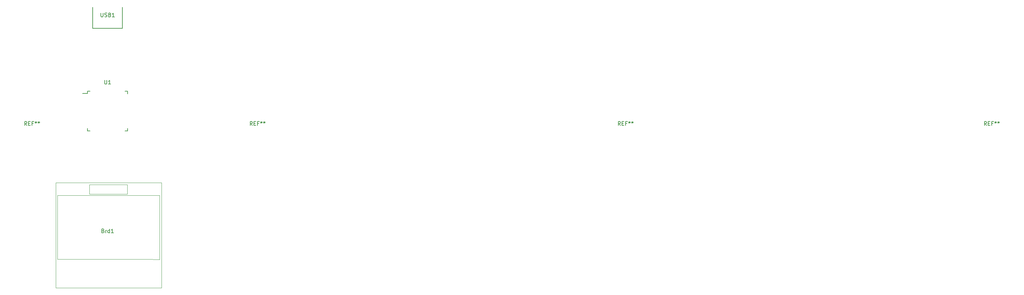
<source format=gbr>
%TF.GenerationSoftware,KiCad,Pcbnew,5.1.6*%
%TF.CreationDate,2020-06-22T15:50:55+02:00*%
%TF.ProjectId,cheap_boi,63686561-705f-4626-9f69-2e6b69636164,rev?*%
%TF.SameCoordinates,Original*%
%TF.FileFunction,Legend,Top*%
%TF.FilePolarity,Positive*%
%FSLAX46Y46*%
G04 Gerber Fmt 4.6, Leading zero omitted, Abs format (unit mm)*
G04 Created by KiCad (PCBNEW 5.1.6) date 2020-06-22 15:50:55*
%MOMM*%
%LPD*%
G01*
G04 APERTURE LIST*
%ADD10C,0.120000*%
%ADD11C,0.150000*%
G04 APERTURE END LIST*
D10*
%TO.C,Brd1*%
X88193600Y-80562900D02*
X115593600Y-80562900D01*
X115593600Y-80562900D02*
X115593600Y-107862900D01*
X115593600Y-107862900D02*
X88193600Y-107862900D01*
X88193600Y-107862900D02*
X88193600Y-80562900D01*
X111715600Y-100457900D02*
X88615600Y-100457900D01*
X88615600Y-100457900D02*
X88615600Y-83857900D01*
X88615600Y-83857900D02*
X111715600Y-83857900D01*
X96894600Y-81051900D02*
X106673600Y-81051900D01*
X106673600Y-81051900D02*
X106673600Y-83464900D01*
X106673600Y-83464900D02*
X96894600Y-83464900D01*
X96894600Y-81051900D02*
X96894600Y-83464900D01*
X111715600Y-83857900D02*
X114801600Y-83857900D01*
X111715600Y-100457900D02*
X115055600Y-100482900D01*
X115055600Y-100482900D02*
X115055600Y-83845900D01*
X115055600Y-83845900D02*
X114801600Y-83857900D01*
D11*
%TO.C,USB1*%
X105443600Y-40372800D02*
X97743600Y-40372800D01*
X97743600Y-34922800D02*
X97743600Y-40372800D01*
X105443600Y-34922800D02*
X105443600Y-40372800D01*
%TO.C,U1*%
X96418600Y-56733600D02*
X96418600Y-57308600D01*
X106768600Y-56733600D02*
X106768600Y-57408600D01*
X106768600Y-67083600D02*
X106768600Y-66408600D01*
X96418600Y-67083600D02*
X96418600Y-66408600D01*
X96418600Y-56733600D02*
X97093600Y-56733600D01*
X96418600Y-67083600D02*
X97093600Y-67083600D01*
X106768600Y-67083600D02*
X106093600Y-67083600D01*
X106768600Y-56733600D02*
X106093600Y-56733600D01*
X96418600Y-57308600D02*
X95143600Y-57308600D01*
%TO.C,REF\u002A\u002A*%
X329666666Y-65652380D02*
X329333333Y-65176190D01*
X329095238Y-65652380D02*
X329095238Y-64652380D01*
X329476190Y-64652380D01*
X329571428Y-64700000D01*
X329619047Y-64747619D01*
X329666666Y-64842857D01*
X329666666Y-64985714D01*
X329619047Y-65080952D01*
X329571428Y-65128571D01*
X329476190Y-65176190D01*
X329095238Y-65176190D01*
X330095238Y-65128571D02*
X330428571Y-65128571D01*
X330571428Y-65652380D02*
X330095238Y-65652380D01*
X330095238Y-64652380D01*
X330571428Y-64652380D01*
X331333333Y-65128571D02*
X331000000Y-65128571D01*
X331000000Y-65652380D02*
X331000000Y-64652380D01*
X331476190Y-64652380D01*
X332000000Y-64652380D02*
X332000000Y-64890476D01*
X331761904Y-64795238D02*
X332000000Y-64890476D01*
X332238095Y-64795238D01*
X331857142Y-65080952D02*
X332000000Y-64890476D01*
X332142857Y-65080952D01*
X332761904Y-64652380D02*
X332761904Y-64890476D01*
X332523809Y-64795238D02*
X332761904Y-64890476D01*
X333000000Y-64795238D01*
X332619047Y-65080952D02*
X332761904Y-64890476D01*
X332904761Y-65080952D01*
X234666666Y-65652380D02*
X234333333Y-65176190D01*
X234095238Y-65652380D02*
X234095238Y-64652380D01*
X234476190Y-64652380D01*
X234571428Y-64700000D01*
X234619047Y-64747619D01*
X234666666Y-64842857D01*
X234666666Y-64985714D01*
X234619047Y-65080952D01*
X234571428Y-65128571D01*
X234476190Y-65176190D01*
X234095238Y-65176190D01*
X235095238Y-65128571D02*
X235428571Y-65128571D01*
X235571428Y-65652380D02*
X235095238Y-65652380D01*
X235095238Y-64652380D01*
X235571428Y-64652380D01*
X236333333Y-65128571D02*
X236000000Y-65128571D01*
X236000000Y-65652380D02*
X236000000Y-64652380D01*
X236476190Y-64652380D01*
X237000000Y-64652380D02*
X237000000Y-64890476D01*
X236761904Y-64795238D02*
X237000000Y-64890476D01*
X237238095Y-64795238D01*
X236857142Y-65080952D02*
X237000000Y-64890476D01*
X237142857Y-65080952D01*
X237761904Y-64652380D02*
X237761904Y-64890476D01*
X237523809Y-64795238D02*
X237761904Y-64890476D01*
X238000000Y-64795238D01*
X237619047Y-65080952D02*
X237761904Y-64890476D01*
X237904761Y-65080952D01*
X139166666Y-65652380D02*
X138833333Y-65176190D01*
X138595238Y-65652380D02*
X138595238Y-64652380D01*
X138976190Y-64652380D01*
X139071428Y-64700000D01*
X139119047Y-64747619D01*
X139166666Y-64842857D01*
X139166666Y-64985714D01*
X139119047Y-65080952D01*
X139071428Y-65128571D01*
X138976190Y-65176190D01*
X138595238Y-65176190D01*
X139595238Y-65128571D02*
X139928571Y-65128571D01*
X140071428Y-65652380D02*
X139595238Y-65652380D01*
X139595238Y-64652380D01*
X140071428Y-64652380D01*
X140833333Y-65128571D02*
X140500000Y-65128571D01*
X140500000Y-65652380D02*
X140500000Y-64652380D01*
X140976190Y-64652380D01*
X141500000Y-64652380D02*
X141500000Y-64890476D01*
X141261904Y-64795238D02*
X141500000Y-64890476D01*
X141738095Y-64795238D01*
X141357142Y-65080952D02*
X141500000Y-64890476D01*
X141642857Y-65080952D01*
X142261904Y-64652380D02*
X142261904Y-64890476D01*
X142023809Y-64795238D02*
X142261904Y-64890476D01*
X142500000Y-64795238D01*
X142119047Y-65080952D02*
X142261904Y-64890476D01*
X142404761Y-65080952D01*
X80666666Y-65652380D02*
X80333333Y-65176190D01*
X80095238Y-65652380D02*
X80095238Y-64652380D01*
X80476190Y-64652380D01*
X80571428Y-64700000D01*
X80619047Y-64747619D01*
X80666666Y-64842857D01*
X80666666Y-64985714D01*
X80619047Y-65080952D01*
X80571428Y-65128571D01*
X80476190Y-65176190D01*
X80095238Y-65176190D01*
X81095238Y-65128571D02*
X81428571Y-65128571D01*
X81571428Y-65652380D02*
X81095238Y-65652380D01*
X81095238Y-64652380D01*
X81571428Y-64652380D01*
X82333333Y-65128571D02*
X82000000Y-65128571D01*
X82000000Y-65652380D02*
X82000000Y-64652380D01*
X82476190Y-64652380D01*
X83000000Y-64652380D02*
X83000000Y-64890476D01*
X82761904Y-64795238D02*
X83000000Y-64890476D01*
X83238095Y-64795238D01*
X82857142Y-65080952D02*
X83000000Y-64890476D01*
X83142857Y-65080952D01*
X83761904Y-64652380D02*
X83761904Y-64890476D01*
X83523809Y-64795238D02*
X83761904Y-64890476D01*
X84000000Y-64795238D01*
X83619047Y-65080952D02*
X83761904Y-64890476D01*
X83904761Y-65080952D01*
%TO.C,Brd1*%
X100426933Y-93045471D02*
X100569790Y-93093090D01*
X100617409Y-93140709D01*
X100665028Y-93235947D01*
X100665028Y-93378804D01*
X100617409Y-93474042D01*
X100569790Y-93521661D01*
X100474552Y-93569280D01*
X100093600Y-93569280D01*
X100093600Y-92569280D01*
X100426933Y-92569280D01*
X100522171Y-92616900D01*
X100569790Y-92664519D01*
X100617409Y-92759757D01*
X100617409Y-92854995D01*
X100569790Y-92950233D01*
X100522171Y-92997852D01*
X100426933Y-93045471D01*
X100093600Y-93045471D01*
X101093600Y-93569280D02*
X101093600Y-92902614D01*
X101093600Y-93093090D02*
X101141219Y-92997852D01*
X101188838Y-92950233D01*
X101284076Y-92902614D01*
X101379314Y-92902614D01*
X102141219Y-93569280D02*
X102141219Y-92569280D01*
X102141219Y-93521661D02*
X102045980Y-93569280D01*
X101855504Y-93569280D01*
X101760266Y-93521661D01*
X101712647Y-93474042D01*
X101665028Y-93378804D01*
X101665028Y-93093090D01*
X101712647Y-92997852D01*
X101760266Y-92950233D01*
X101855504Y-92902614D01*
X102045980Y-92902614D01*
X102141219Y-92950233D01*
X103141219Y-93569280D02*
X102569790Y-93569280D01*
X102855504Y-93569280D02*
X102855504Y-92569280D01*
X102760266Y-92712138D01*
X102665028Y-92807376D01*
X102569790Y-92854995D01*
%TO.C,USB1*%
X99855504Y-36407180D02*
X99855504Y-37216704D01*
X99903123Y-37311942D01*
X99950742Y-37359561D01*
X100045980Y-37407180D01*
X100236457Y-37407180D01*
X100331695Y-37359561D01*
X100379314Y-37311942D01*
X100426933Y-37216704D01*
X100426933Y-36407180D01*
X100855504Y-37359561D02*
X100998361Y-37407180D01*
X101236457Y-37407180D01*
X101331695Y-37359561D01*
X101379314Y-37311942D01*
X101426933Y-37216704D01*
X101426933Y-37121466D01*
X101379314Y-37026228D01*
X101331695Y-36978609D01*
X101236457Y-36930990D01*
X101045980Y-36883371D01*
X100950742Y-36835752D01*
X100903123Y-36788133D01*
X100855504Y-36692895D01*
X100855504Y-36597657D01*
X100903123Y-36502419D01*
X100950742Y-36454800D01*
X101045980Y-36407180D01*
X101284076Y-36407180D01*
X101426933Y-36454800D01*
X102188838Y-36883371D02*
X102331695Y-36930990D01*
X102379314Y-36978609D01*
X102426933Y-37073847D01*
X102426933Y-37216704D01*
X102379314Y-37311942D01*
X102331695Y-37359561D01*
X102236457Y-37407180D01*
X101855504Y-37407180D01*
X101855504Y-36407180D01*
X102188838Y-36407180D01*
X102284076Y-36454800D01*
X102331695Y-36502419D01*
X102379314Y-36597657D01*
X102379314Y-36692895D01*
X102331695Y-36788133D01*
X102284076Y-36835752D01*
X102188838Y-36883371D01*
X101855504Y-36883371D01*
X103379314Y-37407180D02*
X102807885Y-37407180D01*
X103093600Y-37407180D02*
X103093600Y-36407180D01*
X102998361Y-36550038D01*
X102903123Y-36645276D01*
X102807885Y-36692895D01*
%TO.C,U1*%
X100831695Y-53910980D02*
X100831695Y-54720504D01*
X100879314Y-54815742D01*
X100926933Y-54863361D01*
X101022171Y-54910980D01*
X101212647Y-54910980D01*
X101307885Y-54863361D01*
X101355504Y-54815742D01*
X101403123Y-54720504D01*
X101403123Y-53910980D01*
X102403123Y-54910980D02*
X101831695Y-54910980D01*
X102117409Y-54910980D02*
X102117409Y-53910980D01*
X102022171Y-54053838D01*
X101926933Y-54149076D01*
X101831695Y-54196695D01*
%TD*%
M02*

</source>
